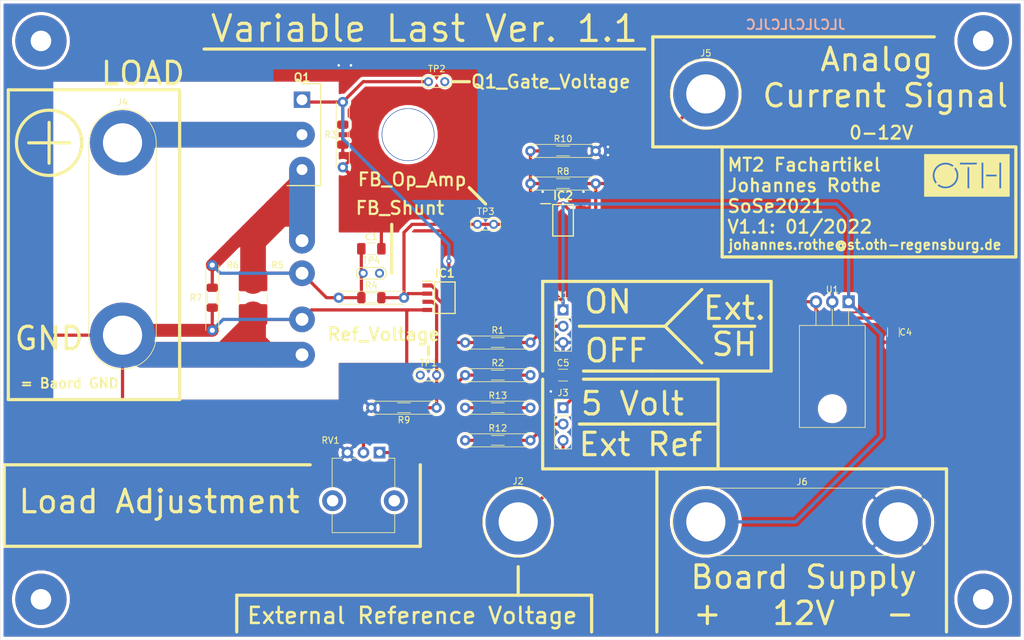
<source format=kicad_pcb>
(kicad_pcb (version 20211014) (generator pcbnew)
  (layers (0 "F.Cu" signal) (31 "B.Cu" signal) (34 "B.Paste" user) (35 "F.Paste" user) (36 "B.SilkS" user "B.Silkscreen") (37 "F.SilkS" user "F.Silkscreen") (38 "B.Mask" user) (39 "F.Mask" user) (44 "Edge.Cuts" user))
  (net 0 "")
  (net 1 "Net-(C1-Pad1)")
  (net 2 "GND")
  (net 3 "+12V")
  (net 4 "Net-(IC1-Pad1)")
  (net 5 "Net-(IC1-Pad2)")
  (net 6 "Net-(IC1-Pad3)")
  (net 7 "Net-(IC1-Pad5)")
  (net 8 "Net-(IC1-Pad6)")
  (net 9 "Net-(IC2-Pad6)")
  (net 10 "Net-(IC2-Pad5)")
  (net 11 "Net-(IC2-Pad2)")
  (net 12 "Net-(J1-Pad2)")
  (net 13 "Net-(J2-Pad1)")
  (net 14 "+5V")
  (net 15 "Net-(J3-Pad2)")
  (net 16 "Net-(J4-Pad1)")
  (net 17 "Net-(R13-Pad2)")
  (net 18 "Net-(R12-Pad2)")
  (net 19 "Net-(R2-Pad2)")
  (footprint "Capacitor_SMD:C_1206_3216Metric_Pad1.33x1.80mm_HandSolder" (layer "F.Cu") (at 127.635 81.915)
    (fp_text reference "C1" (at 0 -1.85) (layer "F.SilkS"))
    (fp_text value "C")
    (pad "1" smd roundrect locked (at -1.5625 0) (size 1.325 1.8) (layers "F.Cu" "F.Paste" "F.Mask") (roundrect_rratio 0.1886769811) (net 1 "Net-(C1-Pad1)"))
    (pad "2" smd roundrect locked (at 1.5625 0) (size 1.325 1.8) (layers "F.Cu" "F.Paste" "F.Mask") (roundrect_rratio 0.1886769811) (net 2 "GND"))
  )
  (footprint "SOIC127P599X175-8N" (layer "F.Cu") (at 139.065 89.535)
    (fp_text reference "IC1" (at 0 -3.81) (layer "F.SilkS") (effects (font (size 1.27 1.27) (thickness 0.254))))
    (fp_text value "LTC2057IS8#PBF" hide)
    (pad "1" smd rect locked (at -2.712 -1.905 90) (size 0.65 1.526) (layers "F.Cu" "F.Paste" "F.Mask") (net 4 "Net-(IC1-Pad1)"))
    (pad "2" smd rect locked (at -2.712 -0.635 90) (size 0.65 1.526) (layers "F.Cu" "F.Paste" "F.Mask") (net 5 "Net-(IC1-Pad2)"))
    (pad "3" smd rect locked (at -2.712 0.635 90) (size 0.65 1.526) (layers "F.Cu" "F.Paste" "F.Mask") (net 6 "Net-(IC1-Pad3)"))
    (pad "4" smd rect locked (at -2.712 1.905 90) (size 0.65 1.526) (layers "F.Cu" "F.Paste" "F.Mask") (net 2 "GND"))
    (pad "5" smd rect locked (at 2.712 1.905 90) (size 0.65 1.526) (layers "F.Cu" "F.Paste" "F.Mask") (net 7 "Net-(IC1-Pad5)"))
    (pad "6" smd rect locked (at 2.712 0.635 90) (size 0.65 1.526) (layers "F.Cu" "F.Paste" "F.Mask") (net 8 "Net-(IC1-Pad6)"))
    (pad "7" smd rect locked (at 2.712 -0.635 90) (size 0.65 1.526) (layers "F.Cu" "F.Paste" "F.Mask") (net 3 "+12V"))
    (pad "8" smd rect locked (at 2.712 -1.905 90) (size 0.65 1.526) (layers "F.Cu" "F.Paste" "F.Mask") (net 2 "GND"))
  )
  (footprint "SOIC127P599X175-8N" (layer "F.Cu") (at 157.48 77.47)
    (fp_text reference "IC2" (at 0 -3.81) (layer "F.SilkS") (effects (font (size 1.27 1.27) (thickness 0.254))))
    (fp_text value "LTC2057IS8#PBF" hide)
    (pad "1" smd rect locked (at -2.712 -1.905 90) (size 0.65 1.526) (layers "F.Cu" "F.Paste" "F.Mask") (net 3 "+12V"))
    (pad "2" smd rect locked (at -2.712 -0.635 90) (size 0.65 1.526) (layers "F.Cu" "F.Paste" "F.Mask") (net 11 "Net-(IC2-Pad2)"))
    (pad "3" smd rect locked (at -2.712 0.635 90) (size 0.65 1.526) (layers "F.Cu" "F.Paste" "F.Mask") (net 5 "Net-(IC1-Pad2)"))
    (pad "4" smd rect locked (at -2.712 1.905 90) (size 0.65 1.526) (layers "F.Cu" "F.Paste" "F.Mask") (net 2 "GND"))
    (pad "5" smd rect locked (at 2.712 1.905 90) (size 0.65 1.526) (layers "F.Cu" "F.Paste" "F.Mask") (net 10 "Net-(IC2-Pad5)"))
    (pad "6" smd rect locked (at 2.712 0.635 90) (size 0.65 1.526) (layers "F.Cu" "F.Paste" "F.Mask") (net 9 "Net-(IC2-Pad6)"))
    (pad "7" smd rect locked (at 2.712 -0.635 90) (size 0.65 1.526) (layers "F.Cu" "F.Paste" "F.Mask") (net 3 "+12V"))
    (pad "8" smd rect locked (at 2.712 -1.905 90) (size 0.65 1.526) (layers "F.Cu" "F.Paste" "F.Mask") (net 2 "GND"))
  )
  (footprint "Connector_PinHeader_2.54mm:PinHeader_1x03_P2.54mm_Vertical" (layer "F.Cu") (at 157.48 91.44)
    (fp_text reference "J1" (at 0 -2.33) (layer "F.SilkS"))
    (fp_text value "Conn_01x03")
    (pad "1" thru_hole rect locked (at 0 0) (size 1.7 1.7) (drill 1) (layers *.Cu *.Mask) (net 3 "+12V"))
    (pad "2" thru_hole oval locked (at 0 2.54) (size 1.7 1.7) (drill 1) (layers *.Cu *.Mask) (net 12 "Net-(J1-Pad2)"))
    (pad "3" thru_hole oval locked (at 0 5.08) (size 1.7 1.7) (drill 1) (layers *.Cu *.Mask) (net 2 "GND"))
  )
  (footprint "Connector:Banana_Jack_1Pin" (layer "F.Cu") (at 150.495 124.46 180)
    (fp_text reference "J2" (at 0 6.35) (layer "F.SilkS"))
    (fp_text value "Conn_01x01")
    (pad "1" thru_hole circle locked (at 0 0 180) (size 10.16 10.16) (drill 6.1) (layers *.Cu *.Mask) (net 13 "Net-(J2-Pad1)"))
  )
  (footprint "Connector_PinHeader_2.54mm:PinHeader_1x03_P2.54mm_Vertical" (layer "F.Cu") (at 157.48 106.68)
    (fp_text reference "J3" (at 0 -2.33) (layer "F.SilkS"))
    (fp_text value "Conn_01x03")
    (pad "1" thru_hole rect locked (at 0 0) (size 1.7 1.7) (drill 1) (layers *.Cu *.Mask) (net 14 "+5V"))
    (pad "2" thru_hole oval locked (at 0 2.54) (size 1.7 1.7) (drill 1) (layers *.Cu *.Mask) (net 15 "Net-(J3-Pad2)"))
    (pad "3" thru_hole oval locked (at 0 5.08) (size 1.7 1.7) (drill 1) (layers *.Cu *.Mask) (net 13 "Net-(J2-Pad1)"))
  )
  (footprint "Connector:Banana_Jack_2Pin" (layer "F.Cu") (at 88.9 65.405 -90)
    (fp_text reference "J4" (at -6.35 0 180) (layer "F.SilkS"))
    (fp_text value "Conn_01x02")
    (pad "1" thru_hole circle locked (at 0 0 270) (size 10.16 10.16) (drill 6.1) (layers *.Cu *.Mask) (net 16 "Net-(J4-Pad1)"))
    (pad "2" thru_hole circle locked (at 29.97 0 270) (size 10.16 10.16) (drill 6.1) (layers *.Cu *.Mask) (net 2 "GND"))
  )
  (footprint "Connector:Banana_Jack_1Pin" (layer "F.Cu") (at 179.705 57.785 180)
    (fp_text reference "J5" (at 0 6.35) (layer "F.SilkS"))
    (fp_text value "Conn_01x01")
    (pad "1" thru_hole circle locked (at 0 0 180) (size 10.16 10.16) (drill 6.1) (layers *.Cu *.Mask) (net 9 "Net-(IC2-Pad6)"))
  )
  (footprint "Connector:Banana_Jack_2Pin" (layer "F.Cu") (at 179.705 124.46)
    (fp_text reference "J6" (at 14.985 -6.24) (layer "F.SilkS"))
    (fp_text value "Conn_01x02")
    (pad "1" thru_hole circle locked (at 0 0) (size 10.16 10.16) (drill 6.1) (layers *.Cu *.Mask) (net 3 "+12V"))
    (pad "2" thru_hole circle locked (at 29.97 0) (size 10.16 10.16) (drill 6.1) (layers *.Cu *.Mask) (net 2 "GND"))
  )
  (footprint "Leiterplatte:R_0207_Axial_1206_SMD_Mix" (layer "F.Cu") (at 147.32 96.52 180)
    (fp_text reference "R1" (at 0 1.905) (layer "F.SilkS"))
    (fp_text value "R")
    (pad "1" smd roundrect locked (at -1.55 0 180) (size 1.3 1.76) (layers "F.Cu" "F.Paste" "F.Mask") (net 12 "Net-(J1-Pad2)"))
    (pad "1" thru_hole circle locked (at -5.08 0 180) (size 1.6 1.6) (drill 0.8) (layers *.Cu *.Mask) (net 12 "Net-(J1-Pad2)"))
    (pad "2" smd roundrect locked (at 1.55 0 180) (size 1.3 1.76) (layers "F.Cu" "F.Paste" "F.Mask") (net 4 "Net-(IC1-Pad1)"))
    (pad "2" thru_hole circle locked (at 5.08 0 180) (size 1.6 1.6) (drill 0.8) (layers *.Cu *.Mask) (net 4 "Net-(IC1-Pad1)"))
  )
  (footprint "Leiterplatte:R_0207_Axial_1206_SMD_Mix" (layer "F.Cu") (at 147.32 101.6 180)
    (fp_text reference "R2" (at 0 1.905) (layer "F.SilkS"))
    (fp_text value "R")
    (pad "1" thru_hole circle locked (at -5.08 0 180) (size 1.6 1.6) (drill 0.8) (layers *.Cu *.Mask) (net 17 "Net-(R13-Pad2)"))
    (pad "1" smd roundrect locked (at -1.55 0 180) (size 1.3 1.76) (layers "F.Cu" "F.Paste" "F.Mask") (net 17 "Net-(R13-Pad2)"))
    (pad "2" thru_hole circle locked (at 5.08 0 180) (size 1.6 1.6) (drill 0.8) (layers *.Cu *.Mask) (net 19 "Net-(R2-Pad2)"))
    (pad "2" smd roundrect locked (at 1.55 0 180) (size 1.3 1.76) (layers "F.Cu" "F.Paste" "F.Mask") (net 19 "Net-(R2-Pad2)"))
  )
  (footprint "Leiterplatte:R_0207_Axial_1206_SMD_Mix" (layer "F.Cu") (at 123.19 64.135 -90)
    (fp_text reference "R3" (at 0 1.905 180) (layer "F.SilkS"))
    (fp_text value "R")
    (pad "1" smd roundrect locked (at -1.55 0 270) (size 1.3 1.76) (layers "F.Cu" "F.Paste" "F.Mask") (net 8 "Net-(IC1-Pad6)"))
    (pad "1" thru_hole circle locked (at -5.08 0 270) (size 1.6 1.6) (drill 0.8) (layers *.Cu *.Mask) (net 8 "Net-(IC1-Pad6)"))
    (pad "2" thru_hole circle locked (at 5.08 0 270) (size 1.6 1.6) (drill 0.8) (layers *.Cu *.Mask) (net 2 "GND"))
    (pad "2" smd roundrect locked (at 1.55 0 270) (size 1.3 1.76) (layers "F.Cu" "F.Paste" "F.Mask") (net 2 "GND"))
  )
  (footprint "Leiterplatte:R_0207_Axial_1206_SMD_Mix" (layer "F.Cu") (at 127.635 89.535 180)
    (fp_text reference "R4" (at 0 1.905) (layer "F.SilkS"))
    (fp_text value "R")
    (pad "1" smd roundrect locked (at -1.55 0 180) (size 1.3 1.76) (layers "F.Cu" "F.Paste" "F.Mask") (net 5 "Net-(IC1-Pad2)"))
    (pad "1" thru_hole circle locked (at -5.08 0 180) (size 1.6 1.6) (drill 0.8) (layers *.Cu *.Mask) (net 5 "Net-(IC1-Pad2)"))
    (pad "2" thru_hole circle locked (at 5.08 0 180) (size 1.6 1.6) (drill 0.8) (layers *.Cu *.Mask) (net 1 "Net-(C1-Pad1)"))
    (pad "2" smd roundrect locked (at 1.55 0 180) (size 1.3 1.76) (layers "F.Cu" "F.Paste" "F.Mask") (net 1 "Net-(C1-Pad1)"))
  )
  (footprint "Resistor_SMD:R_2816_7142Metric_Pad3.20x4.45mm_HandSolder" (layer "F.Cu") (at 109.22 89.535 -90)
    (fp_text reference "R6" (at -5.08 3.175 180) (layer "F.SilkS"))
    (fp_text value "R")
    (pad "1" smd roundrect locked (at -2.6 0 270) (size 3.2 4.45) (layers "F.Cu" "F.Paste" "F.Mask") (roundrect_rratio 0.078125) (net 1 "Net-(C1-Pad1)"))
    (pad "2" smd roundrect locked (at 2.6 0 270) (size 3.2 4.45) (layers "F.Cu" "F.Paste" "F.Mask") (roundrect_rratio 0.078125) (net 2 "GND"))
  )
  (footprint "Leiterplatte:R_0207_Axial_1206_SMD_Mix" (layer "F.Cu") (at 102.87 89.535 -90)
    (fp_text reference "R7" (at 0 2.54 180) (layer "F.SilkS"))
    (fp_text value "R")
    (pad "1" smd roundrect locked (at -1.55 0 270) (size 1.3 1.76) (layers "F.Cu" "F.Paste" "F.Mask") (net 1 "Net-(C1-Pad1)"))
    (pad "1" thru_hole circle locked (at -5.08 0 270) (size 1.6 1.6) (drill 0.8) (layers *.Cu *.Mask) (net 1 "Net-(C1-Pad1)"))
    (pad "2" smd roundrect locked (at 1.55 0 270) (size 1.3 1.76) (layers "F.Cu" "F.Paste" "F.Mask") (net 2 "GND"))
    (pad "2" thru_hole circle locked (at 5.08 0 270) (size 1.6 1.6) (drill 0.8) (layers *.Cu *.Mask) (net 2 "GND"))
  )
  (footprint "Leiterplatte:R_0207_Axial_1206_SMD_Mix" (layer "F.Cu") (at 157.48 71.755)
    (fp_text reference "R8" (at 0 -1.905) (layer "F.SilkS"))
    (fp_text value "R")
    (pad "1" thru_hole circle locked (at -5.08 0) (size 1.6 1.6) (drill 0.8) (layers *.Cu *.Mask) (net 11 "Net-(IC2-Pad2)"))
    (pad "1" smd roundrect locked (at -1.55 0) (size 1.3 1.76) (layers "F.Cu" "F.Paste" "F.Mask") (net 11 "Net-(IC2-Pad2)"))
    (pad "2" smd roundrect locked (at 1.55 0) (size 1.3 1.76) (layers "F.Cu" "F.Paste" "F.Mask") (net 9 "Net-(IC2-Pad6)"))
    (pad "2" thru_hole circle locked (at 5.08 0) (size 1.6 1.6) (drill 0.8) (layers *.Cu *.Mask) (net 9 "Net-(IC2-Pad6)"))
  )
  (footprint "Leiterplatte:R_0207_Axial_1206_SMD_Mix" (layer "F.Cu") (at 157.48 66.675 180)
    (fp_text reference "R10" (at 0 1.905) (layer "F.SilkS"))
    (fp_text value "R")
    (pad "1" smd roundrect locked (at -1.55 0 180) (size 1.3 1.76) (layers "F.Cu" "F.Paste" "F.Mask") (net 2 "GND"))
    (pad "1" thru_hole circle locked (at -5.08 0 180) (size 1.6 1.6) (drill 0.8) (layers *.Cu *.Mask) (net 2 "GND"))
    (pad "2" smd roundrect locked (at 1.55 0 180) (size 1.3 1.76) (layers "F.Cu" "F.Paste" "F.Mask") (net 11 "Net-(IC2-Pad2)"))
    (pad "2" thru_hole circle locked (at 5.08 0 180) (size 1.6 1.6) (drill 0.8) (layers *.Cu *.Mask) (net 11 "Net-(IC2-Pad2)"))
  )
  (footprint "TestPoint:TestPoint_2Pads_Pitch2.54mm_Drill0.8mm" (layer "F.Cu") (at 137.795 101.6 180)
    (fp_text reference "TP1" (at 1.27 1.905) (layer "F.SilkS"))
    (fp_text value "IN+")
    (pad "1" thru_hole circle locked (at 0 0 180) (size 1.4 1.4) (drill 0.8) (layers *.Cu *.Mask) (net 6 "Net-(IC1-Pad3)"))
    (pad "2" thru_hole circle locked (at 2.54 0 180) (size 1.4 1.4) (drill 0.8) (layers *.Cu *.Mask))
  )
  (footprint "TestPoint:TestPoint_2Pads_Pitch2.54mm_Drill0.8mm" (layer "F.Cu") (at 136.525 55.88)
    (fp_text reference "TP2" (at 1.3 -2) (layer "F.SilkS"))
    (fp_text value "Out/Gate")
    (pad "1" thru_hole circle locked (at 0 0) (size 1.4 1.4) (drill 0.8) (layers *.Cu *.Mask) (net 8 "Net-(IC1-Pad6)"))
    (pad "2" thru_hole circle locked (at 2.54 0) (size 1.4 1.4) (drill 0.8) (layers *.Cu *.Mask))
  )
  (footprint "TestPoint:TestPoint_2Pads_Pitch2.54mm_Drill0.8mm" (layer "F.Cu") (at 126.365 85.725)
    (fp_text reference "TP4" (at 1.3 -2) (layer "F.SilkS"))
    (fp_text value "FB_Shunt")
    (pad "1" thru_hole circle locked (at 0 0) (size 1.4 1.4) (drill 0.8) (layers *.Cu *.Mask) (net 1 "Net-(C1-Pad1)"))
    (pad "2" thru_hole circle locked (at 2.54 0) (size 1.4 1.4) (drill 0.8) (layers *.Cu *.Mask))
  )
  (footprint "Rothe_Lib:PBV_Shunt" (layer "F.Cu") (at 116.84 89.535 90)
    (fp_text reference "R5" (at 5.08 -3.81 180) (layer "F.SilkS"))
    (fp_text value "R_Shunt")
    (pad "1" thru_hole circle locked (at -8.89 0 90) (size 4 4) (drill 2) (layers *.Cu *.Mask) (net 2 "GND"))
    (pad "2" thru_hole circle locked (at -3.381 0 90) (size 4 4) (drill 2) (layers *.Cu *.Mask) (net 2 "GND"))
    (pad "3" thru_hole circle locked (at 3.81 0 90) (size 4 4) (drill 2) (layers *.Cu *.Mask) (net 1 "Net-(C1-Pad1)"))
    (pad "4" thru_hole circle locked (at 8.89 0 90) (size 4 4) (drill 2) (layers *.Cu *.Mask) (net 1 "Net-(C1-Pad1)"))
  )
  (footprint "Capacitor_SMD:C_1206_3216Metric_Pad1.33x1.80mm_HandSolder" (layer "F.Cu") (at 208.915 94.9075 -90)
    (fp_text reference "C4" (at 0 -1.905 180) (layer "F.SilkS"))
    (fp_text value "C")
    (pad "1" smd roundrect locked (at -1.5625 0 270) (size 1.325 1.8) (layers "F.Cu" "F.Paste" "F.Mask") (roundrect_rratio 0.1886769811) (net 14 "+5V"))
    (pad "2" smd roundrect locked (at 1.5625 0 270) (size 1.325 1.8) (layers "F.Cu" "F.Paste" "F.Mask") (roundrect_rratio 0.1886769811) (net 2 "GND"))
  )
  (footprint "Capacitor_SMD:C_1206_3216Metric_Pad1.33x1.80mm_HandSolder" (layer "F.Cu") (at 157.48 101.6 180)
    (fp_text reference "C5" (at 0 1.905) (layer "F.SilkS"))
    (fp_text value "C")
    (pad "1" smd roundrect locked (at -1.5625 0 180) (size 1.325 1.8) (layers "F.Cu" "F.Paste" "F.Mask") (roundrect_rratio 0.1886769811) (net 14 "+5V"))
    (pad "2" smd roundrect locked (at 1.5625 0 180) (size 1.325 1.8) (layers "F.Cu" "F.Paste" "F.Mask") (roundrect_rratio 0.1886769811) (net 2 "GND"))
  )
  (footprint "Package_TO_SOT_THT:TO-220-3_Horizontal_TabDown" (layer "F.Cu") (at 201.93 90.17 180)
    (fp_text reference "U1" (at 2.54 1.905) (layer "F.SilkS"))
    (fp_text value "L7805")
    (pad "" np_thru_hole oval locked (at 2.54 -16.66 180) (size 3.5 3.5) (drill 3.5) (layers *.Cu *.Mask))
    (pad "1" thru_hole rect locked (at 0 0 180) (size 1.905 2) (drill 1.1) (layers *.Cu *.Mask) (net 3 "+12V"))
    (pad "2" thru_hole oval locked (at 2.54 0 180) (size 1.905 2) (drill 1.1) (layers *.Cu *.Mask) (net 2 "GND"))
    (pad "3" thru_hole oval locked (at 5.08 0 180) (size 1.905 2) (drill 1.1) (layers *.Cu *.Mask) (net 14 "+5V"))
  )
  (footprint "Potentiometer_THT:Potentiometer_Alpha_RD901F-40-00D_Single_Vertical_CircularHoles" (layer "F.Cu") (at 128.905 113.665 -90)
    (fp_text reference "RV1" (at -1.905 7.62) (layer "F.SilkS"))
    (fp_text value "R_POT")
    (pad "" thru_hole circle locked (at 7.5 7.3) (size 3.24 3.24) (drill 1.8) (layers *.Cu *.Mask))
    (pad "" thru_hole circle locked (at 7.5 -2.3) (size 3.24 3.24) (drill 1.8) (layers *.Cu *.Mask))
    (pad "1" thru_hole rect locked (at 0 0) (size 1.8 1.8) (drill 1) (layers *.Cu *.Mask) (net 19 "Net-(R2-Pad2)"))
    (pad "2" thru_hole circle locked (at 0 2.5) (size 1.8 1.8) (drill 1) (layers *.Cu *.Mask) (net 6 "Net-(IC1-Pad3)"))
    (pad "3" thru_hole circle locked (at 0 5) (size 1.8 1.8) (drill 1) (layers *.Cu *.Mask) (net 2 "GND"))
  )
  (footprint "TO544P521X1568X2486-3P" (layer "F.Cu") (at 116.84 58.695 -90)
    (fp_text reference "Q1" (at -3.45 0 180) (layer "F.SilkS") (effects (font (size 1.27 1.27) (thickness 0.254))))
    (fp_text value "IRFP450PBF" hide)
    (pad "1" thru_hole rect locked (at 0 0 270) (size 2.55 2.55) (drill 1.7) (layers *.Cu *.Mask) (net 8 "Net-(IC1-Pad6)"))
    (pad "2" thru_hole circle locked (at 5.44 0 270) (size 2.55 2.55) (drill 1.7) (layers *.Cu *.Mask) (net 16 "Net-(J4-Pad1)"))
    (pad "3" thru_hole circle locked (at 10.88 0 270) (size 2.55 2.55) (drill 1.7) (layers *.Cu *.Mask) (net 1 "Net-(C1-Pad1)"))
  )
  (footprint "OTH_Logo:OTH_3000x3000dpi" (layer "F.Cu") (at 220.345 70.485)
    (fp_text reference "G***" hide)
    (fp_text value "LOGO" hide)
  )
  (footprint "Leiterplatte:R_0207_Axial_1206_SMD_Mix" (layer "F.Cu") (at 147.32 111.76 180)
    (fp_text reference "R12" (at 0 1.905) (layer "F.SilkS"))
    (fp_text value "R")
    (pad "1" thru_hole circle locked (at -5.08 0 180) (size 1.6 1.6) (drill 0.8) (layers *.Cu *.Mask) (net 15 "Net-(J3-Pad2)"))
    (pad "1" smd roundrect locked (at -1.55 0 180) (size 1.3 1.76) (layers "F.Cu" "F.Paste" "F.Mask") (net 15 "Net-(J3-Pad2)"))
    (pad "2" smd roundrect locked (at 1.55 0 180) (size 1.3 1.76) (layers "F.Cu" "F.Paste" "F.Mask") (net 18 "Net-(R12-Pad2)"))
    (pad "2" thru_hole circle locked (at 5.08 0 180) (size 1.6 1.6) (drill 0.8) (layers *.Cu *.Mask) (net 18 "Net-(R12-Pad2)"))
  )
  (footprint "Leiterplatte:R_0207_Axial_1206_SMD_Mix" (layer "F.Cu") (at 147.32 106.68)
    (fp_text reference "R13" (at 0 -1.905) (layer "F.SilkS"))
    (fp_text value "R")
    (pad "1" smd roundrect locked (at -1.55 0) (size 1.3 1.76) (layers "F.Cu" "F.Paste" "F.Mask") (net 18 "Net-(R12-Pad2)"))
    (pad "1" thru_hole circle locked (at -5.08 0) (size 1.6 1.6) (drill 0.8) (layers *.Cu *.Mask) (net 18 "Net-(R12-Pad2)"))
    (pad "2" smd roundrect locked (at 1.55 0) (size 1.3 1.76) (layers "F.Cu" "F.Paste" "F.Mask") (net 17 "Net-(R13-Pad2)"))
    (pad "2" thru_hole circle locked (at 5.08 0) (size 1.6 1.6) (drill 0.8) (layers *.Cu *.Mask) (net 17 "Net-(R13-Pad2)"))
  )
  (footprint "Rothe_Lib:R_0207_Axial_1206_SMD_Mix" (layer "F.Cu") (at 132.715 106.68 180)
    (fp_text reference "R9" (at 0 -1.905) (layer "F.SilkS"))
    (fp_text value "R")
    (pad "1" smd roundrect locked (at -1.55 0 180) (size 1.3 1.76) (layers "F.Cu" "F.Paste" "F.Mask") (net 6 "Net-(IC1-Pad3)"))
    (pad "1" thru_hole circle locked (at -5.08 0 180) (size 1.6 1.6) (drill 0.8) (layers *.Cu *.Mask) (net 6 "Net-(IC1-Pad3)"))
    (pad "2" thru_hole circle locked (at 5.08 0 180) (size 1.6 1.6) (drill 0.8) (layers *.Cu *.Mask) (net 2 "GND"))
    (pad "2" smd roundrect locked (at 1.55 0 180) (size 1.3 1.76) (layers "F.Cu" "F.Paste" "F.Mask") (net 2 "GND"))
  )
  (footprint "TestPoint:TestPoint_2Pads_Pitch2.54mm_Drill0.8mm" (layer "F.Cu") (at 144.145 78.105)
    (fp_text reference "TP3" (at 1.3 -2) (layer "F.SilkS"))
    (fp_text value "FB_Op_Amp")
    (pad "1" thru_hole circle locked (at 0 0) (size 1.4 1.4) (drill 0.8) (layers *.Cu *.Mask) (net 5 "Net-(IC1-Pad2)"))
    (pad "2" thru_hole circle locked (at 2.54 0) (size 1.4 1.4) (drill 0.8) (layers *.Cu *.Mask))
  )
  (gr_line (start 189.865 100.965) (end 171.45 100.965) (layer "F.SilkS") (width 0.5))
  (gr_line (start 179.07 88.265) (end 173.355 93.98) (layer "F.SilkS") (width 0.5))
  (gr_line (start 136.525 97.155) (end 136.525 98.425) (layer "F.SilkS") (width 0.5))
  (gr_line (start 140.335 55.88) (end 142.875 55.88) (layer "F.SilkS") (width 0.5))
  (gr_line (start 227.965 83.185) (end 227.965 66.04) (layer "F.SilkS") (width 0.5))
  (gr_line (start 227.965 83.185) (end 182.245 83.185) (layer "F.SilkS") (width 0.5))
  (gr_line (start 97.79 57.15) (end 97.79 105.41) (layer "F.SilkS") (width 0.5))
  (gr_line (start 170.18 93.98) (end 173.355 93.98) (layer "F.SilkS") (width 0.5))
  (gr_line (start 80.645 65.405) (end 74.295 65.405) (layer "F.SilkS") (width 0.5))
  (gr_line (start 101.6 50.8) (end 170.18 50.8) (layer "F.SilkS") (width 0.5))
  (gr_line (start 181.61 109.22) (end 181.61 116.205) (layer "F.SilkS") (width 0.5))
  (gr_line (start 171.45 66.04) (end 171.45 48.895) (layer "F.SilkS") (width 0.5))
  (gr_line (start 154.305 116.205) (end 154.305 102.235) (layer "F.SilkS") (width 0.5))
  (gr_line (start 97.79 105.41) (end 71.12 105.41) (layer "F.SilkS") (width 0.5))
  (gr_line (start 217.17 116.205) (end 217.17 141.605) (layer "F.SilkS") (width 0.5))
  (gr_circle (center 77.47 65.405) (end 72.39 65.405) (layer "F.SilkS") (width 0.5) (fill none))
  (gr_line (start 135.255 128.27) (end 70.485 128.27) (layer "F.SilkS") (width 0.5))
  (gr_line (start 70.485 128.27) (end 70.485 115.57) (layer "F.SilkS") (width 0.5))
  (gr_line (start 172.085 116.205) (end 217.17 116.205) (layer "F.SilkS") (width 0.5))
  (gr_line (start 154.305 86.995) (end 189.865 86.995) (layer "F.SilkS") (width 0.5))
  (gr_line (start 71.12 105.41) (end 71.12 57.15) (layer "F.SilkS") (width 0.5))
  (gr_line (start 182.245 66.04) (end 182.245 83.185) (layer "F.SilkS") (width 0.5))
  (gr_line (start 154.305 100.965) (end 154.305 86.995) (layer "F.SilkS") (width 0.5))
  (gr_line (start 161.925 137.16) (end 161.925 136.525) (layer "F.SilkS") (width 0.5))
  (gr_line (start 173.355 93.98) (end 179.07 99.695) (layer "F.SilkS") (width 0.5))
  (gr_line (start 130.81 78.105) (end 130.81 85.725) (layer "F.SilkS") (width 0.5))
  (gr_line (start 160.02 109.22) (end 181.61 109.22) (layer "F.SilkS") (width 0.5))
  (gr_line (start 181.61 109.22) (end 181.61 102.235) (layer "F.SilkS") (width 0.5))
  (gr_line (start 172.085 141.605) (end 172.085 116.205) (layer "F.SilkS") (width 0.5))
  (gr_line (start 145.415 74.93) (end 142.875 72.39) (layer "F.SilkS") (width 0.5))
  (gr_line (start 160.02 93.98) (end 170.18 93.98) (layer "F.SilkS") (width 0.5))
  (gr_line (start 106.68 135.89) (end 106.68 141.605) (layer "F.SilkS") (width 0.5))
  (gr_line (start 161.925 135.89) (end 106.68 135.89) (layer "F.SilkS") (width 0.5))
  (gr_line (start 171.45 48.895) (end 215.265 48.895) (layer "F.SilkS") (width 0.5))
  (gr_line (start 181.61 102.235) (end 160.655 102.235) (layer "F.SilkS") (width 0.5))
  (gr_line (start 150.495 135.89) (end 150.495 131.445) (layer "F.SilkS") (width 0.5))
  (gr_line (start 161.925 141.605) (end 161.925 137.16) (layer "F.SilkS") (width 0.5))
  (gr_line (start 181.61 116.205) (end 154.305 116.205) (layer "F.SilkS") (width 0.5))
  (gr_line (start 171.45 100.965) (end 160.655 100.965) (layer "F.SilkS") (width 0.5))
  (gr_line (start 135.255 128.27) (end 135.255 115.57) (layer "F.SilkS") (width 0.5))
  (gr_line (start 77.47 68.58) (end 77.47 62.23) (layer "F.SilkS") (width 0.5))
  (gr_line (start 180.975 93.98) (end 187.325 93.98) (layer "F.SilkS") (width 0.5))
  (gr_line (start 161.925 136.525) (end 161.925 135.89) (layer "F.SilkS") (width 0.5))
  (gr_line (start 71.12 57.15) (end 97.79 57.15) (layer "F.SilkS") (width 0.5))
  (gr_line (start 189.865 86.995) (end 189.865 100.965) (layer "F.SilkS") (width 0.5))
  (gr_line (start 70.485 115.57) (end 118.11 115.57) (layer "F.SilkS") (width 0.5))
  (gr_line (start 227.965 66.04) (end 171.45 66.04) (layer "F.SilkS") (width 0.5))
  (gr_line (start 229.235 43.18) (end 229.235 142.875) (layer "Edge.Cuts") (width 0.05))
  (gr_line (start 69.85 142.875) (end 69.85 43.18) (layer "Edge.Cuts") (width 0.05))
  (gr_line (start 229.235 142.875) (end 69.85 142.875) (layer "Edge.Cuts") (width 0.05))
  (gr_line (start 69.85 43.18) (end 229.235 43.18) (layer "Edge.Cuts") (width 0.05))
  (gr_text "JLCJLCJLCJLC" (at 193.675 46.99) (layer "B.SilkS") (effects (font (size 1.5 1.5) (thickness 0.3)) (justify mirror)))
  (gr_text "ON\n" (at 164.465 90.17) (layer "F.SilkS") (effects (font (size 3.5 3.5) (thickness 0.5))))
  (gr_text "Analog \nCurrent Signal" (at 207.645 55.245) (layer "F.SilkS") (effects (font (size 3.5 3.5) (thickness 0.5))))
  (gr_text "\n0-12V" (at 207.01 62.23) (layer "F.SilkS") (effects (font (size 2 2) (thickness 0.35))))
  (gr_text "Load Adjustment" (at 94.615 121.285) (layer "F.SilkS") (effects (font (size 3.5 3.5) (thickness 0.5))))
  (gr_text "MT2 Fachartikel \nJohannes Rothe\nSoSe2021 \nV1.1: 01/2022" (at 182.88 73.66) (layer "F.SilkS") (effects (font (size 2 2) (thickness 0.35)) (justify left)))
  (gr_text "Ref_Voltage" (at 129.54 95.25) (layer "F.SilkS") (effects (font (size 2 2) (thickness 0.35))))
  (gr_text "OFF" (at 165.735 97.79) (layer "F.SilkS") (effects (font (size 3.5 3.5) (thickness 0.5))))
  (gr_text "LOAD\n" (at 92.075 54.61) (layer "F.SilkS") (effects (font (size 3.5 3.5) (thickness 0.5))))
  (gr_text "Ext.\nSH" (at 184.15 93.98) (layer "F.SilkS") (effects (font (size 3.5 3.5) (thickness 0.5))))
  (gr_text "Ext Ref\n" (at 169.545 112.395) (layer "F.SilkS") (effects (font (size 3.5 3.5) (thickness 0.5))))
  (gr_text "johannes.rothe@st.oth-regensburg.de" (at 204.47 81.28) (layer "F.SilkS") (effects (font (size 1.5 1.5) (thickness 0.3))))
  (gr_text "Q1_Gate_Voltage\n" (at 155.575 55.88) (layer "F.SilkS") (effects (font (size 2 2) (thickness 0.35))))
  (gr_text "5 Volt" (at 168.275 106.045) (layer "F.SilkS") (effects (font (size 3.5 3.5) (thickness 0.5))))
  (gr_text "GND" (at 77.47 95.885) (layer "F.SilkS") (effects (font (size 3.5 3.5) (thickness 0.5))))
  (gr_text "External Reference Voltage" (at 133.985 139.065) (layer "F.SilkS") (effects (font (size 2.5 2.5) (thickness 0.4))))
  (gr_text "Board Supply\n+   12V   -" (at 194.945 135.89) (layer "F.SilkS") (effects (font (size 3.5 3.5) (thickness 0.5))))
  (gr_text "= Baord GND" (at 80.645 102.87) (layer "F.SilkS") (effects (font (size 1.5 1.5) (thickness 0.3))))
  (gr_text "FB_Op_Amp\n" (at 133.985 71.12) (layer "F.SilkS") (effects (font (size 2 2) (thickness 0.35))))
  (gr_text "FB_Shunt" (at 132.08 75.565) (layer "F.SilkS") (effects (font (size 2 2) (thickness 0.35))))
  (gr_text "Variable Last Ver. 1.1\n" (at 135.89 47.625) (layer "F.SilkS") (effects (font (size 4 4) (thickness 0.5))))
  (via (at 222.885 49.53) (size 8) (drill 3.2) (layers "F.Cu" "B.Cu") (net 0))
  (via (at 76.2 49.53) (size 8) (drill 3.2) (layers "F.Cu" "B.Cu") (net 0))
  (via (at 133.35 64.135) (size 8.2) (drill 8) (layers "F.Cu" "B.Cu") (net 0))
  (via (at 222.885 136.525) (size 8) (drill 3.2) (layers "F.Cu" "B.Cu") (net 0))
  (via (at 76.2 136.525) (size 8) (drill 3.2) (layers "F.Cu" "B.Cu") (net 0))
  (segment (start 109.22 86.935) (end 109.22 80.645) (width 4) (layer "F.Cu") (net 1))
  (segment (start 116.84 84.455) (end 118.11 85.725) (width 0.5) (layer "F.Cu") (net 1))
  (segment (start 112.0775 77.7875) (end 116.84 73.025) (width 4) (layer "F.Cu") (net 1))
  (segment (start 106.68 80.645) (end 106.3625 80.9625) (width 2) (layer "F.Cu") (net 1))
  (segment (start 108.17 87.985) (end 109.22 86.935) (width 0.5) (layer "F.Cu") (net 1))
  (segment (start 116.84 77.47) (end 112.395 77.47) (width 2) (layer "F.Cu") (net 1))
  (segment (start 126.0725 81.915) (end 126.0725 85.4325) (width 0.5) (layer "F.Cu") (net 1))
  (segment (start 110.43 85.725) (end 109.22 86.935) (width 0.5) (layer "F.Cu") (net 1))
  (segment (start 109.22 80.645) (end 106.68 80.645) (width 2) (layer "F.Cu") (net 1))
  (segment (start 116.84 69.575) (end 116.84 73.025) (width 4) (layer "F.Cu") (net 1))
  (segment (start 126.085 89.535) (end 126.085 86.005) (width 0.5) (layer "F.Cu") (net 1))
  (segment (start 106.3625 80.9625) (end 116.84 70.485) (width 2) (layer "F.Cu") (net 1))
  (segment (start 109.22 80.645) (end 112.0775 77.7875) (width 4) (layer "F.Cu") (net 1))
  (segment (start 116.84 70.485) (end 116.84 69.575) (width 2) (layer "F.Cu") (net 1))
  (segment (start 126.085 86.005) (end 126.365 85.725) (width 0.5) (layer "F.Cu") (net 1))
  (segment (start 112.395 77.47) (end 112.0775 77.7875) (width 2) (layer "F.Cu") (net 1))
  (segment (start 122.555 89.535) (end 120.65 89.535) (width 0.5) (layer "F.Cu") (net 1))
  (segment (start 102.87 87.985) (end 102.87 84.455) (width 0.5) (layer "F.Cu") (net 1))
  (segment (start 116.84 85.725) (end 110.43 85.725) (width 0.5) (layer "F.Cu") (net 1))
  (segment (start 126.0725 85.4325) (end 126.365 85.725) (width 0.5) (layer "F.Cu") (net 1))
  (segment (start 116.84 77.47) (end 116.84 80.645) (width 4) (layer "F.Cu") (net 1))
  (segment (start 120.65 89.535) (end 116.84 85.725) (width 0.5) (layer "F.Cu") (net 1))
  (segment (start 116.84 73.025) (end 116.84 77.47) (width 4) (layer "F.Cu") (net 1))
  (segment (start 126.085 89.535) (end 122.555 89.535) (width 0.5) (layer "F.Cu") (net 1))
  (segment (start 102.87 84.455) (end 106.3625 80.9625) (width 2) (layer "F.Cu") (net 1))
  (segment (start 104.14 85.725) (end 102.87 84.455) (width 0.5) (layer "B.Cu") (net 1))
  (segment (start 116.84 85.725) (end 104.14 85.725) (width 0.5) (layer "B.Cu") (net 1))
  (segment (start 116.84 69.575) (end 116.84 80.645) (width 4) (layer "B.Cu") (net 1))
  (segment (start 88.9 95.375) (end 88.9 109.855) (width 0.5) (layer "F.Cu") (net 2))
  (segment (start 133.144 100.536) (end 133.144 91.646) (width 0.5) (layer "F.Cu") (net 2))
  (segment (start 133.144 91.646) (end 133.35 91.44) (width 0.5) (layer "F.Cu") (net 2))
  (segment (start 109.22 92.135) (end 109.22 96.52) (width 4) (layer "F.Cu") (net 2))
  (segment (start 116.84 92.916) (end 110.001 92.916) (width 0.5) (layer "F.Cu") (net 2))
  (segment (start 89.66 94.615) (end 88.9 95.375) (width 2) (layer "F.Cu") (net 2))
  (segment (start 129.1975 81.915) (end 129.1975 81.5725) (width 0.5) (layer "F.Cu") (net 2))
  (segment (start 109.22 92.135) (end 109.28 92.135) (width 0.5) (layer "F.Cu") (net 2))
  (segment (start 74.805 95.375) (end 74.93 95.5) (width 0.5) (layer "F.Cu") (net 2))
  (segment (start 108.17 91.085) (end 109.22 92.135) (width 0.5) (layer "F.Cu") (net 2))
  (segment (start 109.22 93.98) (end 104.775 98.425) (width 4) (layer "F.Cu") (net 2))
  (segment (start 110.001 92.916) (end 109.22 92.135) (width 0.5) (layer "F.Cu") (net 2))
  (segment (start 102.87 91.085) (end 102.87 94.615) (width 0.5) (layer "F.Cu") (net 2))
  (segment (start 91.95 98.425) (end 88.9 95.375) (width 4) (layer "F.Cu") (net 2))
  (segment (start 129.1975 75.2225) (end 123.19 69.215) (width 0.5) (layer "F.Cu") (net 2))
  (segment (start 129.1975 81.915) (end 129.1975 75.2225) (width 0.5) (layer "F.Cu") (net 2))
  (segment (start 118.316 91.44) (end 116.84 92.916) (width 0.5) (layer "F.Cu") (net 2))
  (segment (start 109.22 96.52) (end 111.125 98.425) (width 4) (layer "F.Cu") (net 2))
  (segment (start 102.87 94.615) (end 89.66 94.615) (width 2) (layer "F.Cu") (net 2))
  (segment (start 88.9 95.375) (end 74.805 95.375) (width 0.5) (layer "F.Cu") (net 2))
  (segment (start 133.35 91.44) (end 118.316 91.44) (width 0.5) (layer "F.Cu") (net 2))
  (segment (start 116.84 94.615) (end 118.11 93.345) (width 0.5) (layer "F.Cu") (net 2))
  (segment (start 208.865 96.52) (end 208.915 96.47) (width 0.5) (layer "F.Cu") (net 2))
  (segment (start 109.28 92.135) (end 110.49 93.345) (width 0.5) (layer "F.Cu") (net 2))
  (segment (start 116.84 98.425) (end 111.125 98.425) (width 4) (layer "F.Cu") (net 2))
  (segment (start 111.125 98.425) (end 104.775 98.425) (width 4) (layer "F.Cu") (net 2))
  (segment (start 109.34 90.805) (end 109.22 90.925) (width 0.5) (layer "F.Cu") (net 2))
  (segment (start 104.775 98.425) (end 91.95 98.425) (width 4) (layer "F.Cu") (net 2))
  (segment (start 136.353 91.44) (end 133.35 91.44) (width 0.5) (layer "F.Cu") (net 2))
  (segment (start 109.22 92.135) (end 109.22 93.98) (width 4) (layer "F.Cu") (net 2))
  (via (at 154.305 73.025) (size 0.8) (drill 0.4) (layers "F.Cu" "B.Cu") (net 2))
  (via (at 160.655 73.025) (size 0.8) (drill 0.4) (layers "F.Cu" "B.Cu") (net 2))
  (via (at 164.465 66.04) (size 0.8) (drill 0.4) (layers "F.Cu" "B.Cu") (net 2))
  (via (at 122.555 53.34) (size 0.8) (drill 0.4) (layers "F.Cu" "B.Cu") (net 2))
  (via (at 164.465 67.31) (size 0.8) (drill 0.4) (layers "F.Cu" "B.Cu") (net 2))
  (via (at 155.575 104.14) (size 0.8) (drill 0.4) (layers "F.Cu" "B.Cu") (net 2))
  (via (at 124.46 53.34) (size 0.8) (drill 0.4) (layers "F.Cu" "B.Cu") (net 2))
  (segment (start 116.84 92.916) (end 104.569 92.916) (width 0.5) (layer "B.Cu") (net 2))
  (segment (start 116.84 98.425) (end 91.95 98.425) (width 4) (layer "B.Cu") (net 2))
  (segment (start 91.95 98.425) (end 88.9 95.375) (width 4) (layer "B.Cu") (net 2))
  (segment (start 104.569 92.916) (end 102.87 94.615) (width 0.5) (layer "B.Cu") (net 2))
  (segment (start 157.48 74.93) (end 156.845 74.93) (width 0.5) (layer "F.Cu") (net 3))
  (segment (start 144.78 88.9) (end 141.777 88.9) (width 0.5) (layer "F.Cu") (net 3))
  (segment (start 157.48 74.93) (end 159.385 76.835) (width 0.5) (layer "F.Cu") (net 3))
  (segment (start 157.48 90.17) (end 157.48 91.44) (width 0.5) (layer "F.Cu") (net 3))
  (segment (start 159.385 76.835) (end 160.192 76.835) (width 0.5) (layer "F.Cu") (net 3))
  (segment (start 154.768 75.565) (end 156.21 75.565) (width 0.5) (layer "F.Cu") (net 3))
  (segment (start 156.21 88.9) (end 157.48 90.17) (width 0.5) (layer "F.Cu") (net 3))
  (segment (start 144.78 88.9) (end 156.21 88.9) (width 0.5) (layer "F.Cu") (net 3))
  (segment (start 156.845 74.93) (end 156.21 75.565) (width 0.5) (layer "F.Cu") (net 3))
  (via (at 157.48 74.93) (size 0.8) (drill 0.4) (layers "F.Cu" "B.Cu") (net 3))
  (segment (start 175.895 74.93) (end 157.48 74.93) (width 0.5) (layer "B.Cu") (net 3))
  (segment (start 179.705 124.46) (end 193.675 124.46) (width 0.5) (layer "B.Cu") (net 3))
  (segment (start 207.01 95.25) (end 201.93 90.17) (width 0.5) (layer "B.Cu") (net 3))
  (segment (start 201.93 90.17) (end 201.93 76.835) (width 0.5) (layer "B.Cu") (net 3))
  (segment (start 207.01 111.125) (end 207.01 95.25) (width 0.5) (layer "B.Cu") (net 3))
  (segment (start 200.025 74.93) (end 175.895 74.93) (width 0.5) (layer "B.Cu") (net 3))
  (segment (start 201.93 76.835) (end 200.025 74.93) (width 0.5) (layer "B.Cu") (net 3))
  (segment (start 157.48 91.44) (end 157.48 74.93) (width 0.5) (layer "B.Cu") (net 3))
  (segment (start 193.675 124.46) (end 207.01 111.125) (width 0.5) (layer "B.Cu") (net 3))
  (segment (start 136.353 87.63) (end 136.981002 87.63) (width 0.5) (layer "F.Cu") (net 4))
  (segment (start 140.97 96.52) (end 142.24 96.52) (width 0.5) (layer "F.Cu") (net 4))
  (segment (start 137.795 89.535) (end 139.7 91.44) (width 0.5) (layer "F.Cu") (net 4))
  (segment (start 136.981002 87.63) (end 137.795 88.443998) (width 0.5) (layer "F.Cu") (net 4))
  (segment (start 137.795 88.443998) (end 137.795 89.535) (width 0.5) (layer "F.Cu") (net 4))
  (segment (start 139.7 91.44) (end 139.7 95.25) (width 0.5) (layer "F.Cu") (net 4))
  (segment (start 142.24 96.52) (end 145.77 96.52) (width 0.5) (layer "F.Cu") (net 4))
  (segment (start 139.7 95.25) (end 140.97 96.52) (width 0.5) (layer "F.Cu") (net 4))
  (segment (start 133.985 78.105) (end 132.715 79.375) (width 0.5) (layer "F.Cu") (net 5))
  (segment (start 154.768 78.105) (end 133.985 78.105) (width 0.5) (layer "F.Cu") (net 5))
  (segment (start 136.353 88.9) (end 135.89 88.9) (width 0.5) (layer "F.Cu") (net 5))
  (segment (start 132.715 79.375) (end 132.715 89.535) (width 0.5) (layer "F.Cu") (net 5))
  (segment (start 132.715 89.535) (end 129.185 89.535) (width 0.5) (layer "F.Cu") (net 5))
  (segment (start 133.35 88.9) (end 132.715 89.535) (width 0.5) (layer "F.Cu") (net 5))
  (segment (start 136.353 88.9) (end 133.35 88.9) (width 0.5) (layer "F.Cu") (net 5))
  (segment (start 137.795 90.805) (end 137.795 101.6) (width 0.5) (layer "F.Cu") (net 6))
  (segment (start 136.353 90.17) (end 137.16 90.17) (width 0.5) (layer "F.Cu") (net 6))
  (segment (start 126.405 111.72) (end 127.635 110.49) (width 0.5) (layer "F.Cu") (net 6))
  (segment (start 137.16 90.17) (end 137.795 90.805) (width 0.5) (layer "F.Cu") (net 6))
  (segment (start 137.795 106.68) (end 134.265 106.68) (width 0.5) (layer "F.Cu") (net 6))
  (segment (start 137.795 106.68) (end 137.795 101.6) (width 0.5) (layer "F.Cu") (net 6))
  (segment (start 132.715 110.49) (end 134.265 108.94) (width 0.5) (layer "F.Cu") (net 6))
  (segment (start 126.405 113.665) (end 126.405 111.72) (width 0.5) (layer "F.Cu") (net 6))
  (segment (start 134.265 108.94) (end 134.265 106.68) (width 0.5) (layer "F.Cu") (net 6))
  (segment (start 127.635 110.49) (end 132.715 110.49) (width 0.5) (layer "F.Cu") (net 6))
  (segment (start 139.7 83.82) (end 139.7 89.535) (width 0.5) (layer "F.Cu") (net 8))
  (segment (start 126.365 55.88) (end 136.525 55.88) (width 0.5) (layer "F.Cu") (net 8))
  (segment (start 123.19 59.055) (end 117.2 59.055) (width 0.5) (layer "F.Cu") (net 8))
  (segment (start 123.19 59.055) (end 123.19 62.585) (width 0.5) (layer "F.Cu") (net 8))
  (segment (start 123.19 59.055) (end 126.365 55.88) (width 0.5) (layer "F.Cu") (net 8))
  (segment (start 140.335 90.17) (end 141.777 90.17) (width 0.5) (layer "F.Cu") (net 8))
  (segment (start 139.7 89.535) (end 140.335 90.17) (width 0.5) (layer "F.Cu") (net 8))
  (segment (start 117.2 59.055) (end 116.84 58.695) (width 0.5) (layer "F.Cu") (net 8))
  (via (at 139.7 83.82) (size 0.8) (drill 0.4) (layers "F.Cu" "B.Cu") (net 8))
  (segment (start 123.19 64.77) (end 123.19 59.055) (width 0.5) (layer "B.Cu") (net 8))
  (segment (start 117.115 58.695) (end 116.84 58.695) (width 0.5) (layer "B.Cu") (net 8))
  (segment (start 139.7 83.82) (end 139.7 81.28) (width 0.5) (layer "B.Cu") (net 8))
  (segment (start 139.7 81.28) (end 123.19 64.77) (width 0.5) (layer "B.Cu") (net 8))
  (segment (start 162.56 77.47) (end 162.56 71.755) (width 0.5) (layer "F.Cu") (net 9))
  (segment (start 180.975 59.055) (end 179.705 57.785) (width 0.5) (layer "F.Cu") (net 9))
  (segment (start 159.03 71.755) (end 162.56 71.755) (width 0.5) (layer "F.Cu") (net 9))
  (segment (start 165.735 71.755) (end 179.705 57.785) (width 0.5) (layer "F.Cu") (net 9))
  (segment (start 161.925 78.105) (end 162.56 77.47) (width 0.5) (layer "F.Cu") (net 9))
  (segment (start 160.192 78.105) (end 161.925 78.105) (width 0.5) (layer "F.Cu") (net 9))
  (segment (start 165.735 71.755) (end 162.56 71.755) (width 0.5) (layer "F.Cu") (net 9))
  (segment (start 152.4 71.755) (end 152.4 66.675) (width 0.5) (layer "F.Cu") (net 11))
  (segment (start 152.4 71.755) (end 155.93 71.755) (width 0.5) (layer "F.Cu") (net 11))
  (segment (start 155.93 66.675) (end 152.4 66.675) (width 0.5) (layer "F.Cu") (net 11))
  (segment (start 152.4 71.755) (end 152.4 74.93) (width 0.5) (layer "F.Cu") (net 11))
  (segment (start 154.768 76.835) (end 153.035 76.835) (width 0.5) (layer "F.Cu") (net 11))
  (segment (start 152.4 76.2) (end 152.4 74.93) (width 0.5) (layer "F.Cu") (net 11))
  (segment (start 153.035 76.835) (end 152.4 76.2) (width 0.5) (layer "F.Cu") (net 11))
  (segment (start 148.87 96.52) (end 152.4 96.52) (width 0.5) (layer "F.Cu") (net 12))
  (segment (start 152.4 96.52) (end 154.94 93.98) (width 0.5) (layer "F.Cu") (net 12))
  (segment (start 154.94 93.98) (end 157.48 93.98) (width 0.5) (layer "F.Cu") (net 12))
  (segment (start 157.48 117.475) (end 150.495 124.46) (width 0.5) (layer "F.Cu") (net 13))
  (segment (start 157.48 111.76) (end 157.48 117.475) (width 0.5) (layer "F.Cu") (net 13))
  (segment (start 196.85 91.44) (end 196.85 90.17) (width 0.5) (layer "F.Cu") (net 14))
  (segment (start 190.5 91.44) (end 191.77 90.17) (width 0.5) (layer "F.Cu") (net 14))
  (segment (start 159.0425 101.6) (end 189.23 101.6) (width 0.5) (layer "F.Cu") (net 14))
  (segment (start 159.0425 101.6) (end 159.0425 105.1175) (width 0.5) (layer "F.Cu") (net 14))
  (segment (start 159.0425 105.1175) (end 157.48 106.68) (width 0.5) (layer "F.Cu") (net 14))
  (segment (start 198.12 92.71) (end 196.85 91.44) (width 0.5) (layer "F.Cu") (net 14))
  (segment (start 208.28 92.71) (end 198.12 92.71) (width 0.5) (layer "F.Cu") (net 14))
  (segment (start 190.5 100.33) (end 190.5 91.44) (width 0.5) (layer "F.Cu") (net 14))
  (segment (start 191.77 90.17) (end 196.85 90.17) (width 0.5) (layer "F.Cu") (net 14))
  (segment (start 208.915 93.345) (end 208.28 92.71) (width 0.5) (layer "F.Cu") (net 14))
  (segment (start 189.23 101.6) (end 190.5 100.33) (width 0.5) (layer "F.Cu") (net 14))
  (segment (start 157.48 109.22) (end 154.94 109.22) (width 0.5) (layer "F.Cu") (net 15))
  (segment (start 148.87 111.76) (end 152.4 111.76) (width 0.5) (layer "F.Cu") (net 15))
  (segment (start 154.94 109.22) (end 152.4 111.76) (width 0.5) (layer "F.Cu") (net 15))
  (segment (start 90.17 64.135) (end 88.9 65.405) (width 4) (layer "F.Cu") (net 16))
  (segment (start 116.84 64.135) (end 90.17 64.135) (width 4) (layer "F.Cu") (net 16))
  (segment (start 116.84 64.135) (end 95.25 64.135) (width 4) (layer "B.Cu") (net 16))
  (segment (start 90.17 64.135) (end 88.9 65.405) (width 4) (layer "B.Cu") (net 16))
  (segment (start 95.25 64.135) (end 94.615 64.135) (width 2) (layer "B.Cu") (net 16))
  (segment (start 95.25 64.135) (end 90.17 64.135) (width 4) (layer "B.Cu") (net 16))
  (segment (start 148.87 101.6) (end 152.4 101.6) (width 0.5) (layer "F.Cu") (net 17))
  (segment (start 148.87 101.6) (end 148.87 106.68) (width 0.5) (layer "F.Cu") (net 17))
  (segment (start 152.4 106.68) (end 148.87 106.68) (width 0.5) (layer "F.Cu") (net 17))
  (segment (start 142.24 106.68) (end 145.77 106.68) (width 0.5) (layer "F.Cu") (net 18))
  (segment (start 145.77 111.76) (end 145.77 106.68) (width 0.5) (layer "F.Cu") (net 18))
  (segment (start 142.24 111.76) (end 145.77 111.76) (width 0.5) (layer "F.Cu") (net 18))
  (segment (start 145.77 101.6) (end 142.24 101.6) (width 0.5) (layer "F.Cu") (net 19))
  (segment (start 139.7 104.14) (end 139.7 111.76) (width 0.5) (layer "F.Cu") (net 19))
  (segment (start 137.795 113.665) (end 128.905 113.665) (width 0.5) (layer "F.Cu") (net 19))
  (segment (start 142.24 101.6) (end 139.7 104.14) (width 0.5) (layer "F.Cu") (net 19))
  (segment (start 139.7 111.76) (end 137.795 113.665) (width 0.5) (layer "F.Cu") (net 19))
  (zone (net 2) (net_name "GND") (layer "F.Cu") (connect_pads (clearance 0.508)) (min_thickness 0.254) (fill yes (thermal_gap 0.508) (thermal_bridge_width 0.508))
    (polygon (pts (xy 69.85 43.18) (xy 229.235 43.18) (xy 229.235 142.875) (xy 69.85 142.875)))
  )
  (zone (net 0) (net_name "") (layers F&B.Cu) (connect_pads (clearance 0)) (min_thickness 0.254)
    (keepout (tracks allowed) (vias allowed) (pads allowed) (copperpour not_allowed) (footprints allowed))
    (fill (thermal_gap 0.508) (thermal_bridge_width 0.508))
    (polygon (pts (xy 122.555 79.375) (xy 138.43 79.375) (xy 138.43 99.695) (xy 122.555 99.695)))
  )
  (zone (net 0) (net_name "") (layers F&B.Cu) (connect_pads (clearance 0)) (min_thickness 0.254)
    (keepout (tracks allowed) (vias allowed) (pads allowed) (copperpour not_allowed) (footprints allowed))
    (fill (thermal_gap 0.508) (thermal_bridge_width 0.508))
    (polygon (pts (xy 78.105 55.88) (xy 122.555 55.88) (xy 122.555 105.41) (xy 78.105 105.41)))
  )
  (zone (net 2) (net_name "GND") (layer "B.Cu") (connect_pads (clearance 0.508)) (min_thickness 0.254) (fill yes (thermal_gap 0.508) (thermal_bridge_width 0.508))
    (polygon (pts (xy 69.85 43.18) (xy 229.235 43.18) (xy 229.235 142.875) (xy 69.85 142.875)))
  )
  (zone (net 0) (net_name "") (layer "B.Cu") (connect_pads (clearance 0)) (min_thickness 0.254)
    (keepout (tracks allowed) (vias allowed) (pads allowed) (copperpour not_allowed) (footprints allowed))
    (fill (thermal_gap 0.508) (thermal_bridge_width 0.508))
    (polygon (pts (xy 112.395 74.295) (xy 112.395 53.975) (xy 144.145 53.975) (xy 144.145 74.295)))
  )
)
</source>
